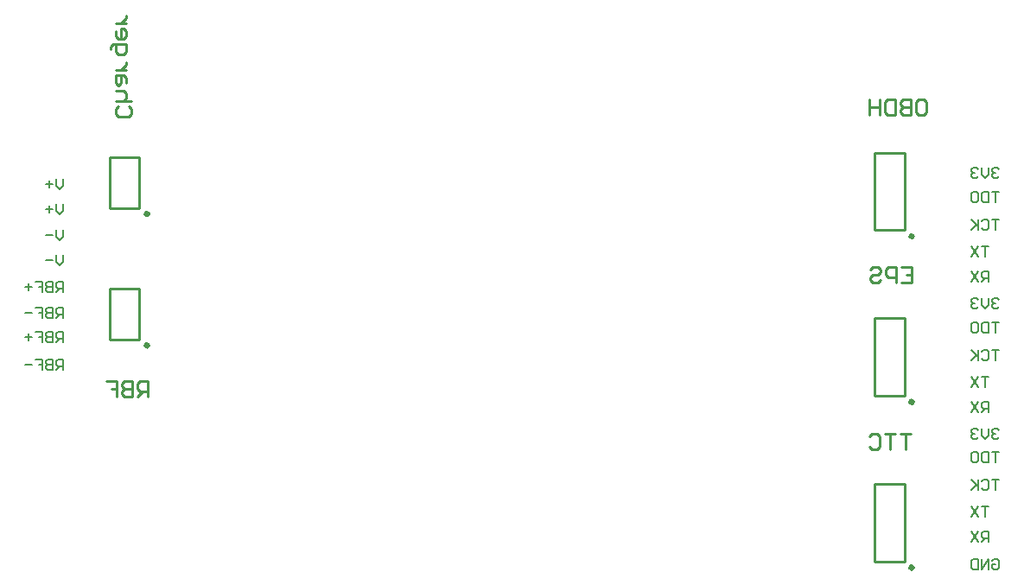
<source format=gbo>
G04*
G04 #@! TF.GenerationSoftware,Altium Limited,Altium Designer,18.1.7 (191)*
G04*
G04 Layer_Color=32896*
%FSLAX25Y25*%
%MOIN*%
G70*
G01*
G75*
%ADD10C,0.01968*%
%ADD12C,0.01000*%
%ADD28C,0.00800*%
D10*
X344994Y178974D02*
G03*
X344994Y178974I-354J0D01*
G01*
X50026Y251474D02*
G03*
X50026Y251474I-354J0D01*
G01*
X344994Y115074D02*
G03*
X344994Y115074I-354J0D01*
G01*
X50026Y200774D02*
G03*
X50026Y200774I-354J0D01*
G01*
X344994Y242874D02*
G03*
X344994Y242874I-354J0D01*
G01*
D12*
X330269Y211258D02*
X341982D01*
X330269Y181340D02*
Y211258D01*
X341982Y181340D02*
Y211258D01*
X330269Y181340D02*
X341982D01*
X35301Y273324D02*
X46732D01*
X35301Y253840D02*
Y273324D01*
X46732Y253840D02*
Y273324D01*
X35301Y253840D02*
X46732D01*
X330269Y147357D02*
X341982D01*
X330269Y117440D02*
Y147357D01*
X341982Y117440D02*
Y147357D01*
X330269Y117440D02*
X341982D01*
X35301Y222624D02*
X46732D01*
X35301Y203140D02*
Y222624D01*
X46732Y203140D02*
Y222624D01*
X35301Y203140D02*
X46732D01*
X330269Y275157D02*
X341982D01*
X330269Y245240D02*
Y275157D01*
X341982Y245240D02*
Y275157D01*
X330269Y245240D02*
X341982D01*
X42798Y293099D02*
X43798Y292099D01*
Y290100D01*
X42798Y289100D01*
X38800D01*
X37800Y290100D01*
Y292099D01*
X38800Y293099D01*
X43798Y295098D02*
X37800D01*
X40799D01*
X41799Y296098D01*
Y298097D01*
X40799Y299097D01*
X37800D01*
X41799Y302096D02*
Y304095D01*
X40799Y305095D01*
X37800D01*
Y302096D01*
X38800Y301096D01*
X39799Y302096D01*
Y305095D01*
X41799Y307094D02*
X37800D01*
X39799D01*
X40799Y308094D01*
X41799Y309093D01*
Y310093D01*
X35801Y315092D02*
Y316091D01*
X36800Y317091D01*
X41799D01*
Y314092D01*
X40799Y313092D01*
X38800D01*
X37800Y314092D01*
Y317091D01*
Y322089D02*
Y320090D01*
X38800Y319090D01*
X40799D01*
X41799Y320090D01*
Y322089D01*
X40799Y323089D01*
X39799D01*
Y319090D01*
X41799Y325088D02*
X37800D01*
X39799D01*
X40799Y326088D01*
X41799Y327088D01*
Y328087D01*
X340701Y230898D02*
X344700D01*
Y224900D01*
X340701D01*
X344700Y227899D02*
X342701D01*
X338702Y224900D02*
Y230898D01*
X335703D01*
X334703Y229898D01*
Y227899D01*
X335703Y226899D01*
X338702D01*
X328705Y229898D02*
X329705Y230898D01*
X331704D01*
X332704Y229898D01*
Y228899D01*
X331704Y227899D01*
X329705D01*
X328705Y226899D01*
Y225900D01*
X329705Y224900D01*
X331704D01*
X332704Y225900D01*
X347301Y295798D02*
X349300D01*
X350300Y294798D01*
Y290800D01*
X349300Y289800D01*
X347301D01*
X346301Y290800D01*
Y294798D01*
X347301Y295798D01*
X344302D02*
Y289800D01*
X341303D01*
X340303Y290800D01*
Y291799D01*
X341303Y292799D01*
X344302D01*
X341303D01*
X340303Y293799D01*
Y294798D01*
X341303Y295798D01*
X344302D01*
X338304D02*
Y289800D01*
X335305D01*
X334305Y290800D01*
Y294798D01*
X335305Y295798D01*
X338304D01*
X332306D02*
Y289800D01*
Y292799D01*
X328307D01*
Y295798D01*
Y289800D01*
X50000Y180900D02*
Y186898D01*
X47001D01*
X46001Y185898D01*
Y183899D01*
X47001Y182899D01*
X50000D01*
X48001D02*
X46001Y180900D01*
X44002Y186898D02*
Y180900D01*
X41003D01*
X40003Y181900D01*
Y182899D01*
X41003Y183899D01*
X44002D01*
X41003D01*
X40003Y184899D01*
Y185898D01*
X41003Y186898D01*
X44002D01*
X34005D02*
X38004D01*
Y183899D01*
X36004D01*
X38004D01*
Y180900D01*
X344500Y166698D02*
X340501D01*
X342501D01*
Y160700D01*
X338502Y166698D02*
X334503D01*
X336503D01*
Y160700D01*
X328505Y165698D02*
X329505Y166698D01*
X331504D01*
X332504Y165698D01*
Y161700D01*
X331504Y160700D01*
X329505D01*
X328505Y161700D01*
D28*
X17500Y191200D02*
Y195199D01*
X15501D01*
X14834Y194532D01*
Y193199D01*
X15501Y192533D01*
X17500D01*
X16167D02*
X14834Y191200D01*
X13501Y195199D02*
Y191200D01*
X11502D01*
X10836Y191867D01*
Y192533D01*
X11502Y193199D01*
X13501D01*
X11502D01*
X10836Y193866D01*
Y194532D01*
X11502Y195199D01*
X13501D01*
X6837D02*
X9503D01*
Y193199D01*
X8170D01*
X9503D01*
Y191200D01*
X5504Y193199D02*
X2838D01*
X17500Y202000D02*
Y205999D01*
X15501D01*
X14834Y205332D01*
Y203999D01*
X15501Y203333D01*
X17500D01*
X16167D02*
X14834Y202000D01*
X13501Y205999D02*
Y202000D01*
X11502D01*
X10836Y202666D01*
Y203333D01*
X11502Y203999D01*
X13501D01*
X11502D01*
X10836Y204666D01*
Y205332D01*
X11502Y205999D01*
X13501D01*
X6837D02*
X9503D01*
Y203999D01*
X8170D01*
X9503D01*
Y202000D01*
X5504Y203999D02*
X2838D01*
X4171Y205332D02*
Y202666D01*
X17500Y211500D02*
Y215499D01*
X15501D01*
X14834Y214832D01*
Y213499D01*
X15501Y212833D01*
X17500D01*
X16167D02*
X14834Y211500D01*
X13501Y215499D02*
Y211500D01*
X11502D01*
X10836Y212166D01*
Y212833D01*
X11502Y213499D01*
X13501D01*
X11502D01*
X10836Y214166D01*
Y214832D01*
X11502Y215499D01*
X13501D01*
X6837D02*
X9503D01*
Y213499D01*
X8170D01*
X9503D01*
Y211500D01*
X5504Y213499D02*
X2838D01*
X17500Y221400D02*
Y225399D01*
X15501D01*
X14834Y224732D01*
Y223399D01*
X15501Y222733D01*
X17500D01*
X16167D02*
X14834Y221400D01*
X13501Y225399D02*
Y221400D01*
X11502D01*
X10836Y222066D01*
Y222733D01*
X11502Y223399D01*
X13501D01*
X11502D01*
X10836Y224066D01*
Y224732D01*
X11502Y225399D01*
X13501D01*
X6837D02*
X9503D01*
Y223399D01*
X8170D01*
X9503D01*
Y221400D01*
X5504Y223399D02*
X2838D01*
X4171Y224732D02*
Y222066D01*
X17500Y235599D02*
Y232933D01*
X16167Y231600D01*
X14834Y232933D01*
Y235599D01*
X13501Y233599D02*
X10836D01*
X17500Y245299D02*
Y242633D01*
X16167Y241300D01*
X14834Y242633D01*
Y245299D01*
X13501Y243299D02*
X10836D01*
X17500Y255299D02*
Y252633D01*
X16167Y251300D01*
X14834Y252633D01*
Y255299D01*
X13501Y253299D02*
X10836D01*
X12168Y254632D02*
Y251966D01*
X17500Y265099D02*
Y262433D01*
X16167Y261100D01*
X14834Y262433D01*
Y265099D01*
X13501Y263099D02*
X10836D01*
X12168Y264432D02*
Y261766D01*
X375634Y117632D02*
X376301Y118299D01*
X377634D01*
X378300Y117632D01*
Y114966D01*
X377634Y114300D01*
X376301D01*
X375634Y114966D01*
Y116299D01*
X376967D01*
X374301Y114300D02*
Y118299D01*
X371636Y114300D01*
Y118299D01*
X370303D02*
Y114300D01*
X368303D01*
X367637Y114966D01*
Y117632D01*
X368303Y118299D01*
X370303D01*
X378300Y168132D02*
X377634Y168799D01*
X376301D01*
X375634Y168132D01*
Y167466D01*
X376301Y166799D01*
X376967D01*
X376301D01*
X375634Y166133D01*
Y165466D01*
X376301Y164800D01*
X377634D01*
X378300Y165466D01*
X374301Y168799D02*
Y166133D01*
X372968Y164800D01*
X371636Y166133D01*
Y168799D01*
X370303Y168132D02*
X369636Y168799D01*
X368303D01*
X367637Y168132D01*
Y167466D01*
X368303Y166799D01*
X368970D01*
X368303D01*
X367637Y166133D01*
Y165466D01*
X368303Y164800D01*
X369636D01*
X370303Y165466D01*
X378300Y218332D02*
X377634Y218999D01*
X376301D01*
X375634Y218332D01*
Y217666D01*
X376301Y216999D01*
X376967D01*
X376301D01*
X375634Y216333D01*
Y215666D01*
X376301Y215000D01*
X377634D01*
X378300Y215666D01*
X374301Y218999D02*
Y216333D01*
X372968Y215000D01*
X371636Y216333D01*
Y218999D01*
X370303Y218332D02*
X369636Y218999D01*
X368303D01*
X367637Y218332D01*
Y217666D01*
X368303Y216999D01*
X368970D01*
X368303D01*
X367637Y216333D01*
Y215666D01*
X368303Y215000D01*
X369636D01*
X370303Y215666D01*
X378300Y159799D02*
X375634D01*
X376967D01*
Y155800D01*
X374301Y159799D02*
Y155800D01*
X372302D01*
X371636Y156466D01*
Y159132D01*
X372302Y159799D01*
X374301D01*
X368303D02*
X369636D01*
X370303Y159132D01*
Y156466D01*
X369636Y155800D01*
X368303D01*
X367637Y156466D01*
Y159132D01*
X368303Y159799D01*
X378300Y149099D02*
X375634D01*
X376967D01*
Y145100D01*
X371636Y148432D02*
X372302Y149099D01*
X373635D01*
X374301Y148432D01*
Y145766D01*
X373635Y145100D01*
X372302D01*
X371636Y145766D01*
X370303Y149099D02*
Y145100D01*
Y146433D01*
X367637Y149099D01*
X369636Y147099D01*
X367637Y145100D01*
X374301Y138799D02*
X371636D01*
X372968D01*
Y134800D01*
X370303Y138799D02*
X367637Y134800D01*
Y138799D02*
X370303Y134800D01*
X374301Y125100D02*
Y129099D01*
X372302D01*
X371636Y128432D01*
Y127099D01*
X372302Y126433D01*
X374301D01*
X372968D02*
X371636Y125100D01*
X370303Y129099D02*
X367637Y125100D01*
Y129099D02*
X370303Y125100D01*
X378300Y209699D02*
X375634D01*
X376967D01*
Y205700D01*
X374301Y209699D02*
Y205700D01*
X372302D01*
X371636Y206366D01*
Y209032D01*
X372302Y209699D01*
X374301D01*
X368303D02*
X369636D01*
X370303Y209032D01*
Y206366D01*
X369636Y205700D01*
X368303D01*
X367637Y206366D01*
Y209032D01*
X368303Y209699D01*
X378300Y198999D02*
X375634D01*
X376967D01*
Y195000D01*
X371636Y198332D02*
X372302Y198999D01*
X373635D01*
X374301Y198332D01*
Y195667D01*
X373635Y195000D01*
X372302D01*
X371636Y195667D01*
X370303Y198999D02*
Y195000D01*
Y196333D01*
X367637Y198999D01*
X369636Y196999D01*
X367637Y195000D01*
X374301Y188699D02*
X371636D01*
X372968D01*
Y184700D01*
X370303Y188699D02*
X367637Y184700D01*
Y188699D02*
X370303Y184700D01*
X374301Y175000D02*
Y178999D01*
X372302D01*
X371636Y178332D01*
Y176999D01*
X372302Y176333D01*
X374301D01*
X372968D02*
X371636Y175000D01*
X370303Y178999D02*
X367637Y175000D01*
Y178999D02*
X370303Y175000D01*
X374301Y225300D02*
Y229299D01*
X372302D01*
X371636Y228632D01*
Y227299D01*
X372302Y226633D01*
X374301D01*
X372968D02*
X371636Y225300D01*
X370303Y229299D02*
X367637Y225300D01*
Y229299D02*
X370303Y225300D01*
X374301Y238999D02*
X371636D01*
X372968D01*
Y235000D01*
X370303Y238999D02*
X367637Y235000D01*
Y238999D02*
X370303Y235000D01*
X378300Y249299D02*
X375634D01*
X376967D01*
Y245300D01*
X371636Y248632D02*
X372302Y249299D01*
X373635D01*
X374301Y248632D01*
Y245966D01*
X373635Y245300D01*
X372302D01*
X371636Y245966D01*
X370303Y249299D02*
Y245300D01*
Y246633D01*
X367637Y249299D01*
X369636Y247299D01*
X367637Y245300D01*
X378300Y259999D02*
X375634D01*
X376967D01*
Y256000D01*
X374301Y259999D02*
Y256000D01*
X372302D01*
X371636Y256666D01*
Y259332D01*
X372302Y259999D01*
X374301D01*
X368303D02*
X369636D01*
X370303Y259332D01*
Y256666D01*
X369636Y256000D01*
X368303D01*
X367637Y256666D01*
Y259332D01*
X368303Y259999D01*
X378300Y268832D02*
X377634Y269499D01*
X376301D01*
X375634Y268832D01*
Y268166D01*
X376301Y267499D01*
X376967D01*
X376301D01*
X375634Y266833D01*
Y266166D01*
X376301Y265500D01*
X377634D01*
X378300Y266166D01*
X374301Y269499D02*
Y266833D01*
X372968Y265500D01*
X371636Y266833D01*
Y269499D01*
X370303Y268832D02*
X369636Y269499D01*
X368303D01*
X367637Y268832D01*
Y268166D01*
X368303Y267499D01*
X368970D01*
X368303D01*
X367637Y266833D01*
Y266166D01*
X368303Y265500D01*
X369636D01*
X370303Y266166D01*
M02*

</source>
